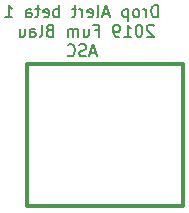
<source format=gbr>
G04 #@! TF.GenerationSoftware,KiCad,Pcbnew,(5.1.0)-1*
G04 #@! TF.CreationDate,2019-05-15T12:27:27+02:00*
G04 #@! TF.ProjectId,expansion,65787061-6e73-4696-9f6e-2e6b69636164,rev?*
G04 #@! TF.SameCoordinates,Original*
G04 #@! TF.FileFunction,Legend,Bot*
G04 #@! TF.FilePolarity,Positive*
%FSLAX46Y46*%
G04 Gerber Fmt 4.6, Leading zero omitted, Abs format (unit mm)*
G04 Created by KiCad (PCBNEW (5.1.0)-1) date 2019-05-15 12:27:27*
%MOMM*%
%LPD*%
G04 APERTURE LIST*
%ADD10C,0.150000*%
%ADD11C,0.300000*%
G04 APERTURE END LIST*
D10*
X143228571Y-55002380D02*
X143228571Y-54002380D01*
X142990476Y-54002380D01*
X142847619Y-54050000D01*
X142752380Y-54145238D01*
X142704761Y-54240476D01*
X142657142Y-54430952D01*
X142657142Y-54573809D01*
X142704761Y-54764285D01*
X142752380Y-54859523D01*
X142847619Y-54954761D01*
X142990476Y-55002380D01*
X143228571Y-55002380D01*
X142228571Y-55002380D02*
X142228571Y-54335714D01*
X142228571Y-54526190D02*
X142180952Y-54430952D01*
X142133333Y-54383333D01*
X142038095Y-54335714D01*
X141942857Y-54335714D01*
X141466666Y-55002380D02*
X141561904Y-54954761D01*
X141609523Y-54907142D01*
X141657142Y-54811904D01*
X141657142Y-54526190D01*
X141609523Y-54430952D01*
X141561904Y-54383333D01*
X141466666Y-54335714D01*
X141323809Y-54335714D01*
X141228571Y-54383333D01*
X141180952Y-54430952D01*
X141133333Y-54526190D01*
X141133333Y-54811904D01*
X141180952Y-54907142D01*
X141228571Y-54954761D01*
X141323809Y-55002380D01*
X141466666Y-55002380D01*
X140704761Y-54335714D02*
X140704761Y-55335714D01*
X140704761Y-54383333D02*
X140609523Y-54335714D01*
X140419047Y-54335714D01*
X140323809Y-54383333D01*
X140276190Y-54430952D01*
X140228571Y-54526190D01*
X140228571Y-54811904D01*
X140276190Y-54907142D01*
X140323809Y-54954761D01*
X140419047Y-55002380D01*
X140609523Y-55002380D01*
X140704761Y-54954761D01*
X139085714Y-54716666D02*
X138609523Y-54716666D01*
X139180952Y-55002380D02*
X138847619Y-54002380D01*
X138514285Y-55002380D01*
X138038095Y-55002380D02*
X138133333Y-54954761D01*
X138180952Y-54859523D01*
X138180952Y-54002380D01*
X137276190Y-54954761D02*
X137371428Y-55002380D01*
X137561904Y-55002380D01*
X137657142Y-54954761D01*
X137704761Y-54859523D01*
X137704761Y-54478571D01*
X137657142Y-54383333D01*
X137561904Y-54335714D01*
X137371428Y-54335714D01*
X137276190Y-54383333D01*
X137228571Y-54478571D01*
X137228571Y-54573809D01*
X137704761Y-54669047D01*
X136800000Y-55002380D02*
X136800000Y-54335714D01*
X136800000Y-54526190D02*
X136752380Y-54430952D01*
X136704761Y-54383333D01*
X136609523Y-54335714D01*
X136514285Y-54335714D01*
X136323809Y-54335714D02*
X135942857Y-54335714D01*
X136180952Y-54002380D02*
X136180952Y-54859523D01*
X136133333Y-54954761D01*
X136038095Y-55002380D01*
X135942857Y-55002380D01*
X134847619Y-55002380D02*
X134847619Y-54002380D01*
X134847619Y-54383333D02*
X134752380Y-54335714D01*
X134561904Y-54335714D01*
X134466666Y-54383333D01*
X134419047Y-54430952D01*
X134371428Y-54526190D01*
X134371428Y-54811904D01*
X134419047Y-54907142D01*
X134466666Y-54954761D01*
X134561904Y-55002380D01*
X134752380Y-55002380D01*
X134847619Y-54954761D01*
X133561904Y-54954761D02*
X133657142Y-55002380D01*
X133847619Y-55002380D01*
X133942857Y-54954761D01*
X133990476Y-54859523D01*
X133990476Y-54478571D01*
X133942857Y-54383333D01*
X133847619Y-54335714D01*
X133657142Y-54335714D01*
X133561904Y-54383333D01*
X133514285Y-54478571D01*
X133514285Y-54573809D01*
X133990476Y-54669047D01*
X133228571Y-54335714D02*
X132847619Y-54335714D01*
X133085714Y-54002380D02*
X133085714Y-54859523D01*
X133038095Y-54954761D01*
X132942857Y-55002380D01*
X132847619Y-55002380D01*
X132085714Y-55002380D02*
X132085714Y-54478571D01*
X132133333Y-54383333D01*
X132228571Y-54335714D01*
X132419047Y-54335714D01*
X132514285Y-54383333D01*
X132085714Y-54954761D02*
X132180952Y-55002380D01*
X132419047Y-55002380D01*
X132514285Y-54954761D01*
X132561904Y-54859523D01*
X132561904Y-54764285D01*
X132514285Y-54669047D01*
X132419047Y-54621428D01*
X132180952Y-54621428D01*
X132085714Y-54573809D01*
X130323809Y-55002380D02*
X130895238Y-55002380D01*
X130609523Y-55002380D02*
X130609523Y-54002380D01*
X130704761Y-54145238D01*
X130800000Y-54240476D01*
X130895238Y-54288095D01*
X142871428Y-55747619D02*
X142823809Y-55700000D01*
X142728571Y-55652380D01*
X142490476Y-55652380D01*
X142395238Y-55700000D01*
X142347619Y-55747619D01*
X142300000Y-55842857D01*
X142300000Y-55938095D01*
X142347619Y-56080952D01*
X142919047Y-56652380D01*
X142300000Y-56652380D01*
X141680952Y-55652380D02*
X141585714Y-55652380D01*
X141490476Y-55700000D01*
X141442857Y-55747619D01*
X141395238Y-55842857D01*
X141347619Y-56033333D01*
X141347619Y-56271428D01*
X141395238Y-56461904D01*
X141442857Y-56557142D01*
X141490476Y-56604761D01*
X141585714Y-56652380D01*
X141680952Y-56652380D01*
X141776190Y-56604761D01*
X141823809Y-56557142D01*
X141871428Y-56461904D01*
X141919047Y-56271428D01*
X141919047Y-56033333D01*
X141871428Y-55842857D01*
X141823809Y-55747619D01*
X141776190Y-55700000D01*
X141680952Y-55652380D01*
X140395238Y-56652380D02*
X140966666Y-56652380D01*
X140680952Y-56652380D02*
X140680952Y-55652380D01*
X140776190Y-55795238D01*
X140871428Y-55890476D01*
X140966666Y-55938095D01*
X139919047Y-56652380D02*
X139728571Y-56652380D01*
X139633333Y-56604761D01*
X139585714Y-56557142D01*
X139490476Y-56414285D01*
X139442857Y-56223809D01*
X139442857Y-55842857D01*
X139490476Y-55747619D01*
X139538095Y-55700000D01*
X139633333Y-55652380D01*
X139823809Y-55652380D01*
X139919047Y-55700000D01*
X139966666Y-55747619D01*
X140014285Y-55842857D01*
X140014285Y-56080952D01*
X139966666Y-56176190D01*
X139919047Y-56223809D01*
X139823809Y-56271428D01*
X139633333Y-56271428D01*
X139538095Y-56223809D01*
X139490476Y-56176190D01*
X139442857Y-56080952D01*
X137919047Y-56128571D02*
X138252380Y-56128571D01*
X138252380Y-56652380D02*
X138252380Y-55652380D01*
X137776190Y-55652380D01*
X136966666Y-55985714D02*
X136966666Y-56652380D01*
X137395238Y-55985714D02*
X137395238Y-56509523D01*
X137347619Y-56604761D01*
X137252380Y-56652380D01*
X137109523Y-56652380D01*
X137014285Y-56604761D01*
X136966666Y-56557142D01*
X136490476Y-56652380D02*
X136490476Y-55985714D01*
X136490476Y-56080952D02*
X136442857Y-56033333D01*
X136347619Y-55985714D01*
X136204761Y-55985714D01*
X136109523Y-56033333D01*
X136061904Y-56128571D01*
X136061904Y-56652380D01*
X136061904Y-56128571D02*
X136014285Y-56033333D01*
X135919047Y-55985714D01*
X135776190Y-55985714D01*
X135680952Y-56033333D01*
X135633333Y-56128571D01*
X135633333Y-56652380D01*
X134061904Y-56128571D02*
X133919047Y-56176190D01*
X133871428Y-56223809D01*
X133823809Y-56319047D01*
X133823809Y-56461904D01*
X133871428Y-56557142D01*
X133919047Y-56604761D01*
X134014285Y-56652380D01*
X134395238Y-56652380D01*
X134395238Y-55652380D01*
X134061904Y-55652380D01*
X133966666Y-55700000D01*
X133919047Y-55747619D01*
X133871428Y-55842857D01*
X133871428Y-55938095D01*
X133919047Y-56033333D01*
X133966666Y-56080952D01*
X134061904Y-56128571D01*
X134395238Y-56128571D01*
X133252380Y-56652380D02*
X133347619Y-56604761D01*
X133395238Y-56509523D01*
X133395238Y-55652380D01*
X132442857Y-56652380D02*
X132442857Y-56128571D01*
X132490476Y-56033333D01*
X132585714Y-55985714D01*
X132776190Y-55985714D01*
X132871428Y-56033333D01*
X132442857Y-56604761D02*
X132538095Y-56652380D01*
X132776190Y-56652380D01*
X132871428Y-56604761D01*
X132919047Y-56509523D01*
X132919047Y-56414285D01*
X132871428Y-56319047D01*
X132776190Y-56271428D01*
X132538095Y-56271428D01*
X132442857Y-56223809D01*
X131538095Y-55985714D02*
X131538095Y-56652380D01*
X131966666Y-55985714D02*
X131966666Y-56509523D01*
X131919047Y-56604761D01*
X131823809Y-56652380D01*
X131680952Y-56652380D01*
X131585714Y-56604761D01*
X131538095Y-56557142D01*
X138014285Y-58016666D02*
X137538095Y-58016666D01*
X138109523Y-58302380D02*
X137776190Y-57302380D01*
X137442857Y-58302380D01*
X137157142Y-58254761D02*
X137014285Y-58302380D01*
X136776190Y-58302380D01*
X136680952Y-58254761D01*
X136633333Y-58207142D01*
X136585714Y-58111904D01*
X136585714Y-58016666D01*
X136633333Y-57921428D01*
X136680952Y-57873809D01*
X136776190Y-57826190D01*
X136966666Y-57778571D01*
X137061904Y-57730952D01*
X137109523Y-57683333D01*
X137157142Y-57588095D01*
X137157142Y-57492857D01*
X137109523Y-57397619D01*
X137061904Y-57350000D01*
X136966666Y-57302380D01*
X136728571Y-57302380D01*
X136585714Y-57350000D01*
X135585714Y-58207142D02*
X135633333Y-58254761D01*
X135776190Y-58302380D01*
X135871428Y-58302380D01*
X136014285Y-58254761D01*
X136109523Y-58159523D01*
X136157142Y-58064285D01*
X136204761Y-57873809D01*
X136204761Y-57730952D01*
X136157142Y-57540476D01*
X136109523Y-57445238D01*
X136014285Y-57350000D01*
X135871428Y-57302380D01*
X135776190Y-57302380D01*
X135633333Y-57350000D01*
X135585714Y-57397619D01*
D11*
X132150000Y-59000000D02*
X145350000Y-59000000D01*
X145350000Y-71000000D02*
X132150000Y-71000000D01*
X145350000Y-65000000D02*
X145350000Y-70900000D01*
X145350000Y-59100000D02*
X145350000Y-65000000D01*
X132150000Y-59100000D02*
X132150000Y-65000000D01*
X132150000Y-65100000D02*
X132150000Y-71000000D01*
M02*

</source>
